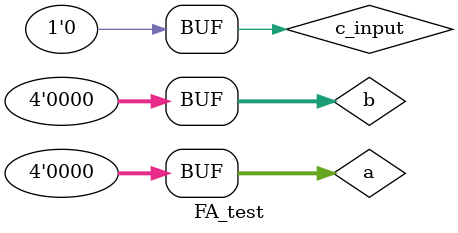
<source format=v>
`timescale 1ns/10ps
module FA_test;
	reg  [3:0]a, b;
	reg c_input;
	wire  [3:0]s;
	wire c_output;
	Adder4bit Adder4bit(.a(a),.b(b),.s(s),.c_input(c_input),.c_output(c_output));
	
	initial begin
	a=0;b=0;c_input=0;
	#10 a=11;b=4;c_input=0;
	#10 a=7;b=13;c_input=1;
	#10 a=0;b=0;c_input=0;

	end
	initial $monitor("a=%b,b=%b,s=%b",a,b,s);

endmodule

</source>
